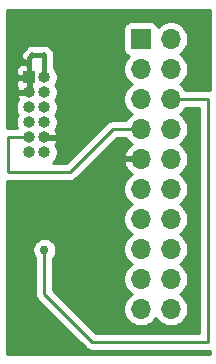
<source format=gbl>
G04 #@! TF.GenerationSoftware,KiCad,Pcbnew,5.1.5+dfsg1-2build2*
G04 #@! TF.CreationDate,2020-08-31T21:39:47-07:00*
G04 #@! TF.ProjectId,adapter,61646170-7465-4722-9e6b-696361645f70,v01*
G04 #@! TF.SameCoordinates,Original*
G04 #@! TF.FileFunction,Copper,L2,Bot*
G04 #@! TF.FilePolarity,Positive*
%FSLAX46Y46*%
G04 Gerber Fmt 4.6, Leading zero omitted, Abs format (unit mm)*
G04 Created by KiCad (PCBNEW 5.1.5+dfsg1-2build2) date 2020-08-31 21:39:47*
%MOMM*%
%LPD*%
G04 APERTURE LIST*
%ADD10C,0.100000*%
%ADD11R,1.700000X1.700000*%
%ADD12O,1.700000X1.700000*%
%ADD13R,1.000000X1.000000*%
%ADD14O,1.000000X1.000000*%
%ADD15C,0.500000*%
%ADD16C,0.762000*%
%ADD17C,0.381000*%
%ADD18C,0.254000*%
G04 APERTURE END LIST*
D10*
G36*
X134561200Y-89335800D02*
G01*
X133561200Y-89335800D01*
X133561200Y-89835800D01*
X134561200Y-89835800D01*
X134561200Y-89335800D01*
G37*
D11*
X142795001Y-88185001D03*
D12*
X145335001Y-88185001D03*
X142795001Y-90725001D03*
X145335001Y-90725001D03*
X142795001Y-93265001D03*
X145335001Y-93265001D03*
X142795001Y-95805001D03*
X145335001Y-95805001D03*
X142795001Y-98345001D03*
X145335001Y-98345001D03*
X142795001Y-100885001D03*
X145335001Y-100885001D03*
X142795001Y-103425001D03*
X145335001Y-103425001D03*
X142795001Y-105965001D03*
X145335001Y-105965001D03*
X142795001Y-108505001D03*
X145335001Y-108505001D03*
X142795001Y-111045001D03*
X145335001Y-111045001D03*
D13*
X133350000Y-91440000D03*
D14*
X134620000Y-91440000D03*
X133350000Y-92710000D03*
X134620000Y-92710000D03*
X133350000Y-93980000D03*
X134620000Y-93980000D03*
X133350000Y-95250000D03*
X134620000Y-95250000D03*
X133350000Y-96520000D03*
X134620000Y-96520000D03*
X133350000Y-97790000D03*
X134620000Y-97790000D03*
D15*
X134561200Y-89585800D03*
X133561200Y-89585800D03*
D16*
X145335001Y-93265001D03*
X134620000Y-106045000D03*
D17*
X133350000Y-89797000D02*
X133561200Y-89585800D01*
X133350000Y-91440000D02*
X133350000Y-89797000D01*
D18*
X140440399Y-95805001D02*
X142795001Y-95805001D01*
X136804400Y-99441000D02*
X140440399Y-95805001D01*
X131546600Y-96520000D02*
X131546600Y-99441000D01*
X131546600Y-99441000D02*
X136804400Y-99441000D01*
X133350000Y-96520000D02*
X131546600Y-96520000D01*
X148459201Y-93265001D02*
X145335001Y-93265001D01*
X148513800Y-93319600D02*
X148459201Y-93265001D01*
X148513800Y-113842800D02*
X148513800Y-93319600D01*
X138684000Y-113842800D02*
X148513800Y-113842800D01*
X134620000Y-109778800D02*
X138684000Y-113842800D01*
X134620000Y-106045000D02*
X134620000Y-109778800D01*
D17*
X134620000Y-89644600D02*
X134561200Y-89585800D01*
X134620000Y-91440000D02*
X134620000Y-89644600D01*
D18*
G36*
X147751800Y-113080800D02*
G01*
X138999631Y-113080800D01*
X135382000Y-109463170D01*
X135382000Y-106719841D01*
X135409179Y-106692662D01*
X135520368Y-106526256D01*
X135596956Y-106341356D01*
X135636000Y-106145067D01*
X135636000Y-105944933D01*
X135596956Y-105748644D01*
X135520368Y-105563744D01*
X135409179Y-105397338D01*
X135267662Y-105255821D01*
X135101256Y-105144632D01*
X134916356Y-105068044D01*
X134720067Y-105029000D01*
X134519933Y-105029000D01*
X134323644Y-105068044D01*
X134138744Y-105144632D01*
X133972338Y-105255821D01*
X133830821Y-105397338D01*
X133719632Y-105563744D01*
X133643044Y-105748644D01*
X133604000Y-105944933D01*
X133604000Y-106145067D01*
X133643044Y-106341356D01*
X133719632Y-106526256D01*
X133830821Y-106692662D01*
X133858000Y-106719841D01*
X133858001Y-109741367D01*
X133854314Y-109778800D01*
X133869027Y-109928178D01*
X133912599Y-110071815D01*
X133983355Y-110204192D01*
X134054721Y-110291151D01*
X134078579Y-110320222D01*
X134107649Y-110344079D01*
X138118721Y-114355152D01*
X138142578Y-114384222D01*
X138171648Y-114408079D01*
X138258607Y-114479445D01*
X138329364Y-114517265D01*
X138390985Y-114550202D01*
X138534622Y-114593774D01*
X138646574Y-114604800D01*
X138646577Y-114604800D01*
X138684000Y-114608486D01*
X138721423Y-114604800D01*
X148476374Y-114604800D01*
X148513800Y-114608486D01*
X148551225Y-114604800D01*
X148551226Y-114604800D01*
X148628101Y-114597229D01*
X148628101Y-114846100D01*
X131432841Y-114846100D01*
X131445069Y-100196686D01*
X131509174Y-100203000D01*
X131509175Y-100203000D01*
X131546600Y-100206686D01*
X131584026Y-100203000D01*
X136766977Y-100203000D01*
X136804400Y-100206686D01*
X136841823Y-100203000D01*
X136841826Y-100203000D01*
X136953778Y-100191974D01*
X137097415Y-100148402D01*
X137229792Y-100077645D01*
X137345822Y-99982422D01*
X137369684Y-99953346D01*
X140756030Y-96567001D01*
X141518159Y-96567001D01*
X141641526Y-96751633D01*
X141848369Y-96958476D01*
X142030535Y-97080196D01*
X141913646Y-97149823D01*
X141697413Y-97344732D01*
X141523360Y-97578081D01*
X141398176Y-97840902D01*
X141353525Y-97988111D01*
X141474846Y-98218001D01*
X142668001Y-98218001D01*
X142668001Y-98198001D01*
X142922001Y-98198001D01*
X142922001Y-98218001D01*
X142942001Y-98218001D01*
X142942001Y-98472001D01*
X142922001Y-98472001D01*
X142922001Y-98492001D01*
X142668001Y-98492001D01*
X142668001Y-98472001D01*
X141474846Y-98472001D01*
X141353525Y-98701891D01*
X141398176Y-98849100D01*
X141523360Y-99111921D01*
X141697413Y-99345270D01*
X141913646Y-99540179D01*
X142030535Y-99609806D01*
X141848369Y-99731526D01*
X141641526Y-99938369D01*
X141479011Y-100181590D01*
X141367069Y-100451843D01*
X141310001Y-100738741D01*
X141310001Y-101031261D01*
X141367069Y-101318159D01*
X141479011Y-101588412D01*
X141641526Y-101831633D01*
X141848369Y-102038476D01*
X142022761Y-102155001D01*
X141848369Y-102271526D01*
X141641526Y-102478369D01*
X141479011Y-102721590D01*
X141367069Y-102991843D01*
X141310001Y-103278741D01*
X141310001Y-103571261D01*
X141367069Y-103858159D01*
X141479011Y-104128412D01*
X141641526Y-104371633D01*
X141848369Y-104578476D01*
X142022761Y-104695001D01*
X141848369Y-104811526D01*
X141641526Y-105018369D01*
X141479011Y-105261590D01*
X141367069Y-105531843D01*
X141310001Y-105818741D01*
X141310001Y-106111261D01*
X141367069Y-106398159D01*
X141479011Y-106668412D01*
X141641526Y-106911633D01*
X141848369Y-107118476D01*
X142022761Y-107235001D01*
X141848369Y-107351526D01*
X141641526Y-107558369D01*
X141479011Y-107801590D01*
X141367069Y-108071843D01*
X141310001Y-108358741D01*
X141310001Y-108651261D01*
X141367069Y-108938159D01*
X141479011Y-109208412D01*
X141641526Y-109451633D01*
X141848369Y-109658476D01*
X142022761Y-109775001D01*
X141848369Y-109891526D01*
X141641526Y-110098369D01*
X141479011Y-110341590D01*
X141367069Y-110611843D01*
X141310001Y-110898741D01*
X141310001Y-111191261D01*
X141367069Y-111478159D01*
X141479011Y-111748412D01*
X141641526Y-111991633D01*
X141848369Y-112198476D01*
X142091590Y-112360991D01*
X142361843Y-112472933D01*
X142648741Y-112530001D01*
X142941261Y-112530001D01*
X143228159Y-112472933D01*
X143498412Y-112360991D01*
X143741633Y-112198476D01*
X143948476Y-111991633D01*
X144065001Y-111817241D01*
X144181526Y-111991633D01*
X144388369Y-112198476D01*
X144631590Y-112360991D01*
X144901843Y-112472933D01*
X145188741Y-112530001D01*
X145481261Y-112530001D01*
X145768159Y-112472933D01*
X146038412Y-112360991D01*
X146281633Y-112198476D01*
X146488476Y-111991633D01*
X146650991Y-111748412D01*
X146762933Y-111478159D01*
X146820001Y-111191261D01*
X146820001Y-110898741D01*
X146762933Y-110611843D01*
X146650991Y-110341590D01*
X146488476Y-110098369D01*
X146281633Y-109891526D01*
X146107241Y-109775001D01*
X146281633Y-109658476D01*
X146488476Y-109451633D01*
X146650991Y-109208412D01*
X146762933Y-108938159D01*
X146820001Y-108651261D01*
X146820001Y-108358741D01*
X146762933Y-108071843D01*
X146650991Y-107801590D01*
X146488476Y-107558369D01*
X146281633Y-107351526D01*
X146107241Y-107235001D01*
X146281633Y-107118476D01*
X146488476Y-106911633D01*
X146650991Y-106668412D01*
X146762933Y-106398159D01*
X146820001Y-106111261D01*
X146820001Y-105818741D01*
X146762933Y-105531843D01*
X146650991Y-105261590D01*
X146488476Y-105018369D01*
X146281633Y-104811526D01*
X146107241Y-104695001D01*
X146281633Y-104578476D01*
X146488476Y-104371633D01*
X146650991Y-104128412D01*
X146762933Y-103858159D01*
X146820001Y-103571261D01*
X146820001Y-103278741D01*
X146762933Y-102991843D01*
X146650991Y-102721590D01*
X146488476Y-102478369D01*
X146281633Y-102271526D01*
X146107241Y-102155001D01*
X146281633Y-102038476D01*
X146488476Y-101831633D01*
X146650991Y-101588412D01*
X146762933Y-101318159D01*
X146820001Y-101031261D01*
X146820001Y-100738741D01*
X146762933Y-100451843D01*
X146650991Y-100181590D01*
X146488476Y-99938369D01*
X146281633Y-99731526D01*
X146107241Y-99615001D01*
X146281633Y-99498476D01*
X146488476Y-99291633D01*
X146650991Y-99048412D01*
X146762933Y-98778159D01*
X146820001Y-98491261D01*
X146820001Y-98198741D01*
X146762933Y-97911843D01*
X146650991Y-97641590D01*
X146488476Y-97398369D01*
X146281633Y-97191526D01*
X146107241Y-97075001D01*
X146281633Y-96958476D01*
X146488476Y-96751633D01*
X146650991Y-96508412D01*
X146762933Y-96238159D01*
X146820001Y-95951261D01*
X146820001Y-95658741D01*
X146762933Y-95371843D01*
X146650991Y-95101590D01*
X146488476Y-94858369D01*
X146281633Y-94651526D01*
X146107241Y-94535001D01*
X146281633Y-94418476D01*
X146488476Y-94211633D01*
X146611843Y-94027001D01*
X147751801Y-94027001D01*
X147751800Y-113080800D01*
G37*
X147751800Y-113080800D02*
X138999631Y-113080800D01*
X135382000Y-109463170D01*
X135382000Y-106719841D01*
X135409179Y-106692662D01*
X135520368Y-106526256D01*
X135596956Y-106341356D01*
X135636000Y-106145067D01*
X135636000Y-105944933D01*
X135596956Y-105748644D01*
X135520368Y-105563744D01*
X135409179Y-105397338D01*
X135267662Y-105255821D01*
X135101256Y-105144632D01*
X134916356Y-105068044D01*
X134720067Y-105029000D01*
X134519933Y-105029000D01*
X134323644Y-105068044D01*
X134138744Y-105144632D01*
X133972338Y-105255821D01*
X133830821Y-105397338D01*
X133719632Y-105563744D01*
X133643044Y-105748644D01*
X133604000Y-105944933D01*
X133604000Y-106145067D01*
X133643044Y-106341356D01*
X133719632Y-106526256D01*
X133830821Y-106692662D01*
X133858000Y-106719841D01*
X133858001Y-109741367D01*
X133854314Y-109778800D01*
X133869027Y-109928178D01*
X133912599Y-110071815D01*
X133983355Y-110204192D01*
X134054721Y-110291151D01*
X134078579Y-110320222D01*
X134107649Y-110344079D01*
X138118721Y-114355152D01*
X138142578Y-114384222D01*
X138171648Y-114408079D01*
X138258607Y-114479445D01*
X138329364Y-114517265D01*
X138390985Y-114550202D01*
X138534622Y-114593774D01*
X138646574Y-114604800D01*
X138646577Y-114604800D01*
X138684000Y-114608486D01*
X138721423Y-114604800D01*
X148476374Y-114604800D01*
X148513800Y-114608486D01*
X148551225Y-114604800D01*
X148551226Y-114604800D01*
X148628101Y-114597229D01*
X148628101Y-114846100D01*
X131432841Y-114846100D01*
X131445069Y-100196686D01*
X131509174Y-100203000D01*
X131509175Y-100203000D01*
X131546600Y-100206686D01*
X131584026Y-100203000D01*
X136766977Y-100203000D01*
X136804400Y-100206686D01*
X136841823Y-100203000D01*
X136841826Y-100203000D01*
X136953778Y-100191974D01*
X137097415Y-100148402D01*
X137229792Y-100077645D01*
X137345822Y-99982422D01*
X137369684Y-99953346D01*
X140756030Y-96567001D01*
X141518159Y-96567001D01*
X141641526Y-96751633D01*
X141848369Y-96958476D01*
X142030535Y-97080196D01*
X141913646Y-97149823D01*
X141697413Y-97344732D01*
X141523360Y-97578081D01*
X141398176Y-97840902D01*
X141353525Y-97988111D01*
X141474846Y-98218001D01*
X142668001Y-98218001D01*
X142668001Y-98198001D01*
X142922001Y-98198001D01*
X142922001Y-98218001D01*
X142942001Y-98218001D01*
X142942001Y-98472001D01*
X142922001Y-98472001D01*
X142922001Y-98492001D01*
X142668001Y-98492001D01*
X142668001Y-98472001D01*
X141474846Y-98472001D01*
X141353525Y-98701891D01*
X141398176Y-98849100D01*
X141523360Y-99111921D01*
X141697413Y-99345270D01*
X141913646Y-99540179D01*
X142030535Y-99609806D01*
X141848369Y-99731526D01*
X141641526Y-99938369D01*
X141479011Y-100181590D01*
X141367069Y-100451843D01*
X141310001Y-100738741D01*
X141310001Y-101031261D01*
X141367069Y-101318159D01*
X141479011Y-101588412D01*
X141641526Y-101831633D01*
X141848369Y-102038476D01*
X142022761Y-102155001D01*
X141848369Y-102271526D01*
X141641526Y-102478369D01*
X141479011Y-102721590D01*
X141367069Y-102991843D01*
X141310001Y-103278741D01*
X141310001Y-103571261D01*
X141367069Y-103858159D01*
X141479011Y-104128412D01*
X141641526Y-104371633D01*
X141848369Y-104578476D01*
X142022761Y-104695001D01*
X141848369Y-104811526D01*
X141641526Y-105018369D01*
X141479011Y-105261590D01*
X141367069Y-105531843D01*
X141310001Y-105818741D01*
X141310001Y-106111261D01*
X141367069Y-106398159D01*
X141479011Y-106668412D01*
X141641526Y-106911633D01*
X141848369Y-107118476D01*
X142022761Y-107235001D01*
X141848369Y-107351526D01*
X141641526Y-107558369D01*
X141479011Y-107801590D01*
X141367069Y-108071843D01*
X141310001Y-108358741D01*
X141310001Y-108651261D01*
X141367069Y-108938159D01*
X141479011Y-109208412D01*
X141641526Y-109451633D01*
X141848369Y-109658476D01*
X142022761Y-109775001D01*
X141848369Y-109891526D01*
X141641526Y-110098369D01*
X141479011Y-110341590D01*
X141367069Y-110611843D01*
X141310001Y-110898741D01*
X141310001Y-111191261D01*
X141367069Y-111478159D01*
X141479011Y-111748412D01*
X141641526Y-111991633D01*
X141848369Y-112198476D01*
X142091590Y-112360991D01*
X142361843Y-112472933D01*
X142648741Y-112530001D01*
X142941261Y-112530001D01*
X143228159Y-112472933D01*
X143498412Y-112360991D01*
X143741633Y-112198476D01*
X143948476Y-111991633D01*
X144065001Y-111817241D01*
X144181526Y-111991633D01*
X144388369Y-112198476D01*
X144631590Y-112360991D01*
X144901843Y-112472933D01*
X145188741Y-112530001D01*
X145481261Y-112530001D01*
X145768159Y-112472933D01*
X146038412Y-112360991D01*
X146281633Y-112198476D01*
X146488476Y-111991633D01*
X146650991Y-111748412D01*
X146762933Y-111478159D01*
X146820001Y-111191261D01*
X146820001Y-110898741D01*
X146762933Y-110611843D01*
X146650991Y-110341590D01*
X146488476Y-110098369D01*
X146281633Y-109891526D01*
X146107241Y-109775001D01*
X146281633Y-109658476D01*
X146488476Y-109451633D01*
X146650991Y-109208412D01*
X146762933Y-108938159D01*
X146820001Y-108651261D01*
X146820001Y-108358741D01*
X146762933Y-108071843D01*
X146650991Y-107801590D01*
X146488476Y-107558369D01*
X146281633Y-107351526D01*
X146107241Y-107235001D01*
X146281633Y-107118476D01*
X146488476Y-106911633D01*
X146650991Y-106668412D01*
X146762933Y-106398159D01*
X146820001Y-106111261D01*
X146820001Y-105818741D01*
X146762933Y-105531843D01*
X146650991Y-105261590D01*
X146488476Y-105018369D01*
X146281633Y-104811526D01*
X146107241Y-104695001D01*
X146281633Y-104578476D01*
X146488476Y-104371633D01*
X146650991Y-104128412D01*
X146762933Y-103858159D01*
X146820001Y-103571261D01*
X146820001Y-103278741D01*
X146762933Y-102991843D01*
X146650991Y-102721590D01*
X146488476Y-102478369D01*
X146281633Y-102271526D01*
X146107241Y-102155001D01*
X146281633Y-102038476D01*
X146488476Y-101831633D01*
X146650991Y-101588412D01*
X146762933Y-101318159D01*
X146820001Y-101031261D01*
X146820001Y-100738741D01*
X146762933Y-100451843D01*
X146650991Y-100181590D01*
X146488476Y-99938369D01*
X146281633Y-99731526D01*
X146107241Y-99615001D01*
X146281633Y-99498476D01*
X146488476Y-99291633D01*
X146650991Y-99048412D01*
X146762933Y-98778159D01*
X146820001Y-98491261D01*
X146820001Y-98198741D01*
X146762933Y-97911843D01*
X146650991Y-97641590D01*
X146488476Y-97398369D01*
X146281633Y-97191526D01*
X146107241Y-97075001D01*
X146281633Y-96958476D01*
X146488476Y-96751633D01*
X146650991Y-96508412D01*
X146762933Y-96238159D01*
X146820001Y-95951261D01*
X146820001Y-95658741D01*
X146762933Y-95371843D01*
X146650991Y-95101590D01*
X146488476Y-94858369D01*
X146281633Y-94651526D01*
X146107241Y-94535001D01*
X146281633Y-94418476D01*
X146488476Y-94211633D01*
X146611843Y-94027001D01*
X147751801Y-94027001D01*
X147751800Y-113080800D01*
G36*
X148628100Y-92519949D02*
G01*
X148608579Y-92514027D01*
X148496627Y-92503001D01*
X148496624Y-92503001D01*
X148459201Y-92499315D01*
X148421778Y-92503001D01*
X146611843Y-92503001D01*
X146488476Y-92318369D01*
X146281633Y-92111526D01*
X146107241Y-91995001D01*
X146281633Y-91878476D01*
X146488476Y-91671633D01*
X146650991Y-91428412D01*
X146762933Y-91158159D01*
X146820001Y-90871261D01*
X146820001Y-90578741D01*
X146762933Y-90291843D01*
X146650991Y-90021590D01*
X146488476Y-89778369D01*
X146281633Y-89571526D01*
X146107241Y-89455001D01*
X146281633Y-89338476D01*
X146488476Y-89131633D01*
X146650991Y-88888412D01*
X146762933Y-88618159D01*
X146820001Y-88331261D01*
X146820001Y-88038741D01*
X146762933Y-87751843D01*
X146650991Y-87481590D01*
X146488476Y-87238369D01*
X146281633Y-87031526D01*
X146038412Y-86869011D01*
X145768159Y-86757069D01*
X145481261Y-86700001D01*
X145188741Y-86700001D01*
X144901843Y-86757069D01*
X144631590Y-86869011D01*
X144388369Y-87031526D01*
X144256514Y-87163381D01*
X144234503Y-87090821D01*
X144175538Y-86980507D01*
X144096186Y-86883816D01*
X143999495Y-86804464D01*
X143889181Y-86745499D01*
X143769483Y-86709189D01*
X143645001Y-86696929D01*
X141945001Y-86696929D01*
X141820519Y-86709189D01*
X141700821Y-86745499D01*
X141590507Y-86804464D01*
X141493816Y-86883816D01*
X141414464Y-86980507D01*
X141355499Y-87090821D01*
X141319189Y-87210519D01*
X141306929Y-87335001D01*
X141306929Y-89035001D01*
X141319189Y-89159483D01*
X141355499Y-89279181D01*
X141414464Y-89389495D01*
X141493816Y-89486186D01*
X141590507Y-89565538D01*
X141700821Y-89624503D01*
X141773381Y-89646514D01*
X141641526Y-89778369D01*
X141479011Y-90021590D01*
X141367069Y-90291843D01*
X141310001Y-90578741D01*
X141310001Y-90871261D01*
X141367069Y-91158159D01*
X141479011Y-91428412D01*
X141641526Y-91671633D01*
X141848369Y-91878476D01*
X142022761Y-91995001D01*
X141848369Y-92111526D01*
X141641526Y-92318369D01*
X141479011Y-92561590D01*
X141367069Y-92831843D01*
X141310001Y-93118741D01*
X141310001Y-93411261D01*
X141367069Y-93698159D01*
X141479011Y-93968412D01*
X141641526Y-94211633D01*
X141848369Y-94418476D01*
X142022761Y-94535001D01*
X141848369Y-94651526D01*
X141641526Y-94858369D01*
X141518159Y-95043001D01*
X140477821Y-95043001D01*
X140440398Y-95039315D01*
X140402975Y-95043001D01*
X140402973Y-95043001D01*
X140291021Y-95054027D01*
X140147384Y-95097599D01*
X140015007Y-95168356D01*
X139898977Y-95263579D01*
X139875120Y-95292649D01*
X136488770Y-98679000D01*
X135332463Y-98679000D01*
X135343520Y-98671612D01*
X135501612Y-98513520D01*
X135625824Y-98327624D01*
X135711383Y-98121067D01*
X135755000Y-97901788D01*
X135755000Y-97678212D01*
X135711383Y-97458933D01*
X135625824Y-97252376D01*
X135557647Y-97150342D01*
X135607123Y-97080206D01*
X135697446Y-96876864D01*
X135714119Y-96821874D01*
X135587954Y-96647000D01*
X134747000Y-96647000D01*
X134747000Y-96658026D01*
X134731788Y-96655000D01*
X134508212Y-96655000D01*
X134493000Y-96658026D01*
X134493000Y-96647000D01*
X134481974Y-96647000D01*
X134485000Y-96631788D01*
X134485000Y-96408212D01*
X134481974Y-96393000D01*
X134493000Y-96393000D01*
X134493000Y-96381974D01*
X134508212Y-96385000D01*
X134731788Y-96385000D01*
X134747000Y-96381974D01*
X134747000Y-96393000D01*
X135587954Y-96393000D01*
X135714119Y-96218126D01*
X135697446Y-96163136D01*
X135607123Y-95959794D01*
X135557647Y-95889658D01*
X135625824Y-95787624D01*
X135711383Y-95581067D01*
X135755000Y-95361788D01*
X135755000Y-95138212D01*
X135711383Y-94918933D01*
X135625824Y-94712376D01*
X135560759Y-94615000D01*
X135625824Y-94517624D01*
X135711383Y-94311067D01*
X135755000Y-94091788D01*
X135755000Y-93868212D01*
X135711383Y-93648933D01*
X135625824Y-93442376D01*
X135560759Y-93345000D01*
X135625824Y-93247624D01*
X135711383Y-93041067D01*
X135755000Y-92821788D01*
X135755000Y-92598212D01*
X135711383Y-92378933D01*
X135625824Y-92172376D01*
X135560759Y-92075000D01*
X135625824Y-91977624D01*
X135711383Y-91771067D01*
X135755000Y-91551788D01*
X135755000Y-91328212D01*
X135711383Y-91108933D01*
X135625824Y-90902376D01*
X135501612Y-90716480D01*
X135445500Y-90660368D01*
X135445500Y-89685150D01*
X135449494Y-89644600D01*
X135446200Y-89611157D01*
X135446200Y-89498635D01*
X135412190Y-89327655D01*
X135345477Y-89166595D01*
X135248624Y-89021645D01*
X135125355Y-88898376D01*
X134980405Y-88801523D01*
X134819345Y-88734810D01*
X134648365Y-88700800D01*
X133647774Y-88700800D01*
X133647202Y-88700687D01*
X133472872Y-88700916D01*
X133301936Y-88735151D01*
X133143026Y-88800973D01*
X133141715Y-88862169D01*
X133116914Y-88882110D01*
X133115483Y-88883815D01*
X133113757Y-88885223D01*
X133075661Y-88931273D01*
X133037253Y-88977046D01*
X133036180Y-88978998D01*
X133034761Y-88980713D01*
X133006349Y-89033261D01*
X132977549Y-89085647D01*
X132976875Y-89087771D01*
X132975817Y-89089728D01*
X132958166Y-89146750D01*
X132952742Y-89163847D01*
X132776373Y-89167626D01*
X132709872Y-89328774D01*
X132676087Y-89499798D01*
X132676316Y-89674128D01*
X132710551Y-89845064D01*
X132776373Y-90003974D01*
X132952972Y-90007758D01*
X132955588Y-90016421D01*
X132972438Y-90073675D01*
X132973469Y-90075647D01*
X132974113Y-90077780D01*
X133002188Y-90130581D01*
X133029855Y-90183503D01*
X133031249Y-90185237D01*
X133032295Y-90187204D01*
X133070083Y-90233537D01*
X133107510Y-90280086D01*
X133109215Y-90281517D01*
X133110623Y-90283243D01*
X133141705Y-90308956D01*
X133143026Y-90370627D01*
X133222998Y-90403629D01*
X133222998Y-90463748D01*
X133064250Y-90305000D01*
X132850000Y-90301928D01*
X132725518Y-90314188D01*
X132605820Y-90350498D01*
X132495506Y-90409463D01*
X132398815Y-90488815D01*
X132319463Y-90585506D01*
X132260498Y-90695820D01*
X132224188Y-90815518D01*
X132211928Y-90940000D01*
X132215000Y-91154250D01*
X132373750Y-91313000D01*
X133223000Y-91313000D01*
X133223000Y-91293000D01*
X133477000Y-91293000D01*
X133477000Y-91313000D01*
X133488026Y-91313000D01*
X133485000Y-91328212D01*
X133485000Y-91551788D01*
X133488026Y-91567000D01*
X133477000Y-91567000D01*
X133477000Y-92583000D01*
X133488026Y-92583000D01*
X133485000Y-92598212D01*
X133485000Y-92821788D01*
X133488026Y-92837000D01*
X133477000Y-92837000D01*
X133477000Y-92848026D01*
X133461788Y-92845000D01*
X133238212Y-92845000D01*
X133223000Y-92848026D01*
X133223000Y-92837000D01*
X132382046Y-92837000D01*
X132255881Y-93011874D01*
X132272554Y-93066864D01*
X132362877Y-93270206D01*
X132412353Y-93340342D01*
X132344176Y-93442376D01*
X132258617Y-93648933D01*
X132215000Y-93868212D01*
X132215000Y-94091788D01*
X132258617Y-94311067D01*
X132344176Y-94517624D01*
X132409241Y-94615000D01*
X132344176Y-94712376D01*
X132258617Y-94918933D01*
X132215000Y-95138212D01*
X132215000Y-95361788D01*
X132258617Y-95581067D01*
X132331905Y-95758000D01*
X131584025Y-95758000D01*
X131546600Y-95754314D01*
X131509174Y-95758000D01*
X131448769Y-95763949D01*
X131451960Y-91940000D01*
X132211928Y-91940000D01*
X132224188Y-92064482D01*
X132260498Y-92184180D01*
X132308070Y-92273180D01*
X132272554Y-92353136D01*
X132255881Y-92408126D01*
X132382046Y-92583000D01*
X133223000Y-92583000D01*
X133223000Y-91567000D01*
X132373750Y-91567000D01*
X132215000Y-91725750D01*
X132211928Y-91940000D01*
X131451960Y-91940000D01*
X131457159Y-85712300D01*
X148628100Y-85712300D01*
X148628100Y-92519949D01*
G37*
X148628100Y-92519949D02*
X148608579Y-92514027D01*
X148496627Y-92503001D01*
X148496624Y-92503001D01*
X148459201Y-92499315D01*
X148421778Y-92503001D01*
X146611843Y-92503001D01*
X146488476Y-92318369D01*
X146281633Y-92111526D01*
X146107241Y-91995001D01*
X146281633Y-91878476D01*
X146488476Y-91671633D01*
X146650991Y-91428412D01*
X146762933Y-91158159D01*
X146820001Y-90871261D01*
X146820001Y-90578741D01*
X146762933Y-90291843D01*
X146650991Y-90021590D01*
X146488476Y-89778369D01*
X146281633Y-89571526D01*
X146107241Y-89455001D01*
X146281633Y-89338476D01*
X146488476Y-89131633D01*
X146650991Y-88888412D01*
X146762933Y-88618159D01*
X146820001Y-88331261D01*
X146820001Y-88038741D01*
X146762933Y-87751843D01*
X146650991Y-87481590D01*
X146488476Y-87238369D01*
X146281633Y-87031526D01*
X146038412Y-86869011D01*
X145768159Y-86757069D01*
X145481261Y-86700001D01*
X145188741Y-86700001D01*
X144901843Y-86757069D01*
X144631590Y-86869011D01*
X144388369Y-87031526D01*
X144256514Y-87163381D01*
X144234503Y-87090821D01*
X144175538Y-86980507D01*
X144096186Y-86883816D01*
X143999495Y-86804464D01*
X143889181Y-86745499D01*
X143769483Y-86709189D01*
X143645001Y-86696929D01*
X141945001Y-86696929D01*
X141820519Y-86709189D01*
X141700821Y-86745499D01*
X141590507Y-86804464D01*
X141493816Y-86883816D01*
X141414464Y-86980507D01*
X141355499Y-87090821D01*
X141319189Y-87210519D01*
X141306929Y-87335001D01*
X141306929Y-89035001D01*
X141319189Y-89159483D01*
X141355499Y-89279181D01*
X141414464Y-89389495D01*
X141493816Y-89486186D01*
X141590507Y-89565538D01*
X141700821Y-89624503D01*
X141773381Y-89646514D01*
X141641526Y-89778369D01*
X141479011Y-90021590D01*
X141367069Y-90291843D01*
X141310001Y-90578741D01*
X141310001Y-90871261D01*
X141367069Y-91158159D01*
X141479011Y-91428412D01*
X141641526Y-91671633D01*
X141848369Y-91878476D01*
X142022761Y-91995001D01*
X141848369Y-92111526D01*
X141641526Y-92318369D01*
X141479011Y-92561590D01*
X141367069Y-92831843D01*
X141310001Y-93118741D01*
X141310001Y-93411261D01*
X141367069Y-93698159D01*
X141479011Y-93968412D01*
X141641526Y-94211633D01*
X141848369Y-94418476D01*
X142022761Y-94535001D01*
X141848369Y-94651526D01*
X141641526Y-94858369D01*
X141518159Y-95043001D01*
X140477821Y-95043001D01*
X140440398Y-95039315D01*
X140402975Y-95043001D01*
X140402973Y-95043001D01*
X140291021Y-95054027D01*
X140147384Y-95097599D01*
X140015007Y-95168356D01*
X139898977Y-95263579D01*
X139875120Y-95292649D01*
X136488770Y-98679000D01*
X135332463Y-98679000D01*
X135343520Y-98671612D01*
X135501612Y-98513520D01*
X135625824Y-98327624D01*
X135711383Y-98121067D01*
X135755000Y-97901788D01*
X135755000Y-97678212D01*
X135711383Y-97458933D01*
X135625824Y-97252376D01*
X135557647Y-97150342D01*
X135607123Y-97080206D01*
X135697446Y-96876864D01*
X135714119Y-96821874D01*
X135587954Y-96647000D01*
X134747000Y-96647000D01*
X134747000Y-96658026D01*
X134731788Y-96655000D01*
X134508212Y-96655000D01*
X134493000Y-96658026D01*
X134493000Y-96647000D01*
X134481974Y-96647000D01*
X134485000Y-96631788D01*
X134485000Y-96408212D01*
X134481974Y-96393000D01*
X134493000Y-96393000D01*
X134493000Y-96381974D01*
X134508212Y-96385000D01*
X134731788Y-96385000D01*
X134747000Y-96381974D01*
X134747000Y-96393000D01*
X135587954Y-96393000D01*
X135714119Y-96218126D01*
X135697446Y-96163136D01*
X135607123Y-95959794D01*
X135557647Y-95889658D01*
X135625824Y-95787624D01*
X135711383Y-95581067D01*
X135755000Y-95361788D01*
X135755000Y-95138212D01*
X135711383Y-94918933D01*
X135625824Y-94712376D01*
X135560759Y-94615000D01*
X135625824Y-94517624D01*
X135711383Y-94311067D01*
X135755000Y-94091788D01*
X135755000Y-93868212D01*
X135711383Y-93648933D01*
X135625824Y-93442376D01*
X135560759Y-93345000D01*
X135625824Y-93247624D01*
X135711383Y-93041067D01*
X135755000Y-92821788D01*
X135755000Y-92598212D01*
X135711383Y-92378933D01*
X135625824Y-92172376D01*
X135560759Y-92075000D01*
X135625824Y-91977624D01*
X135711383Y-91771067D01*
X135755000Y-91551788D01*
X135755000Y-91328212D01*
X135711383Y-91108933D01*
X135625824Y-90902376D01*
X135501612Y-90716480D01*
X135445500Y-90660368D01*
X135445500Y-89685150D01*
X135449494Y-89644600D01*
X135446200Y-89611157D01*
X135446200Y-89498635D01*
X135412190Y-89327655D01*
X135345477Y-89166595D01*
X135248624Y-89021645D01*
X135125355Y-88898376D01*
X134980405Y-88801523D01*
X134819345Y-88734810D01*
X134648365Y-88700800D01*
X133647774Y-88700800D01*
X133647202Y-88700687D01*
X133472872Y-88700916D01*
X133301936Y-88735151D01*
X133143026Y-88800973D01*
X133141715Y-88862169D01*
X133116914Y-88882110D01*
X133115483Y-88883815D01*
X133113757Y-88885223D01*
X133075661Y-88931273D01*
X133037253Y-88977046D01*
X133036180Y-88978998D01*
X133034761Y-88980713D01*
X133006349Y-89033261D01*
X132977549Y-89085647D01*
X132976875Y-89087771D01*
X132975817Y-89089728D01*
X132958166Y-89146750D01*
X132952742Y-89163847D01*
X132776373Y-89167626D01*
X132709872Y-89328774D01*
X132676087Y-89499798D01*
X132676316Y-89674128D01*
X132710551Y-89845064D01*
X132776373Y-90003974D01*
X132952972Y-90007758D01*
X132955588Y-90016421D01*
X132972438Y-90073675D01*
X132973469Y-90075647D01*
X132974113Y-90077780D01*
X133002188Y-90130581D01*
X133029855Y-90183503D01*
X133031249Y-90185237D01*
X133032295Y-90187204D01*
X133070083Y-90233537D01*
X133107510Y-90280086D01*
X133109215Y-90281517D01*
X133110623Y-90283243D01*
X133141705Y-90308956D01*
X133143026Y-90370627D01*
X133222998Y-90403629D01*
X133222998Y-90463748D01*
X133064250Y-90305000D01*
X132850000Y-90301928D01*
X132725518Y-90314188D01*
X132605820Y-90350498D01*
X132495506Y-90409463D01*
X132398815Y-90488815D01*
X132319463Y-90585506D01*
X132260498Y-90695820D01*
X132224188Y-90815518D01*
X132211928Y-90940000D01*
X132215000Y-91154250D01*
X132373750Y-91313000D01*
X133223000Y-91313000D01*
X133223000Y-91293000D01*
X133477000Y-91293000D01*
X133477000Y-91313000D01*
X133488026Y-91313000D01*
X133485000Y-91328212D01*
X133485000Y-91551788D01*
X133488026Y-91567000D01*
X133477000Y-91567000D01*
X133477000Y-92583000D01*
X133488026Y-92583000D01*
X133485000Y-92598212D01*
X133485000Y-92821788D01*
X133488026Y-92837000D01*
X133477000Y-92837000D01*
X133477000Y-92848026D01*
X133461788Y-92845000D01*
X133238212Y-92845000D01*
X133223000Y-92848026D01*
X133223000Y-92837000D01*
X132382046Y-92837000D01*
X132255881Y-93011874D01*
X132272554Y-93066864D01*
X132362877Y-93270206D01*
X132412353Y-93340342D01*
X132344176Y-93442376D01*
X132258617Y-93648933D01*
X132215000Y-93868212D01*
X132215000Y-94091788D01*
X132258617Y-94311067D01*
X132344176Y-94517624D01*
X132409241Y-94615000D01*
X132344176Y-94712376D01*
X132258617Y-94918933D01*
X132215000Y-95138212D01*
X132215000Y-95361788D01*
X132258617Y-95581067D01*
X132331905Y-95758000D01*
X131584025Y-95758000D01*
X131546600Y-95754314D01*
X131509174Y-95758000D01*
X131448769Y-95763949D01*
X131451960Y-91940000D01*
X132211928Y-91940000D01*
X132224188Y-92064482D01*
X132260498Y-92184180D01*
X132308070Y-92273180D01*
X132272554Y-92353136D01*
X132255881Y-92408126D01*
X132382046Y-92583000D01*
X133223000Y-92583000D01*
X133223000Y-91567000D01*
X132373750Y-91567000D01*
X132215000Y-91725750D01*
X132211928Y-91940000D01*
X131451960Y-91940000D01*
X131457159Y-85712300D01*
X148628100Y-85712300D01*
X148628100Y-92519949D01*
M02*

</source>
